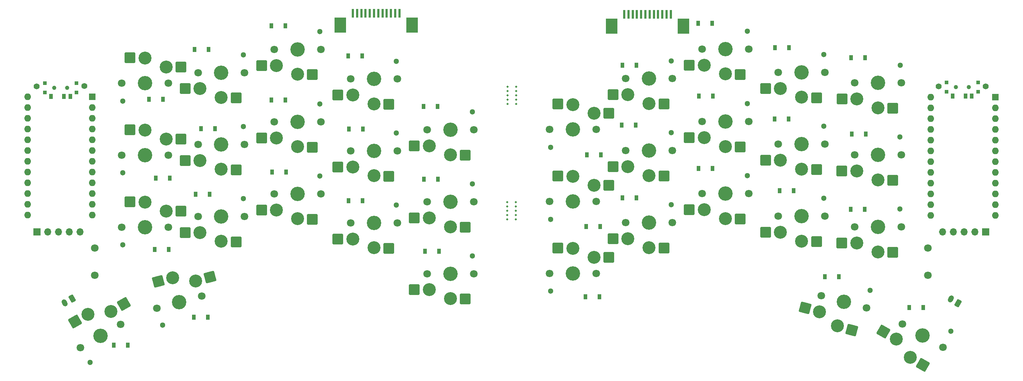
<source format=gbr>
%TF.GenerationSoftware,KiCad,Pcbnew,7.0.10-7.0.10~ubuntu22.04.1*%
%TF.CreationDate,2024-02-24T14:59:25-06:00*%
%TF.ProjectId,roadrunner,726f6164-7275-46e6-9e65-722e6b696361,rev?*%
%TF.SameCoordinates,Original*%
%TF.FileFunction,Soldermask,Bot*%
%TF.FilePolarity,Negative*%
%FSLAX46Y46*%
G04 Gerber Fmt 4.6, Leading zero omitted, Abs format (unit mm)*
G04 Created by KiCad (PCBNEW 7.0.10-7.0.10~ubuntu22.04.1) date 2024-02-24 14:59:25*
%MOMM*%
%LPD*%
G01*
G04 APERTURE LIST*
G04 Aperture macros list*
%AMRoundRect*
0 Rectangle with rounded corners*
0 $1 Rounding radius*
0 $2 $3 $4 $5 $6 $7 $8 $9 X,Y pos of 4 corners*
0 Add a 4 corners polygon primitive as box body*
4,1,4,$2,$3,$4,$5,$6,$7,$8,$9,$2,$3,0*
0 Add four circle primitives for the rounded corners*
1,1,$1+$1,$2,$3*
1,1,$1+$1,$4,$5*
1,1,$1+$1,$6,$7*
1,1,$1+$1,$8,$9*
0 Add four rect primitives between the rounded corners*
20,1,$1+$1,$2,$3,$4,$5,0*
20,1,$1+$1,$4,$5,$6,$7,0*
20,1,$1+$1,$6,$7,$8,$9,0*
20,1,$1+$1,$8,$9,$2,$3,0*%
%AMHorizOval*
0 Thick line with rounded ends*
0 $1 width*
0 $2 $3 position (X,Y) of the first rounded end (center of the circle)*
0 $4 $5 position (X,Y) of the second rounded end (center of the circle)*
0 Add line between two ends*
20,1,$1,$2,$3,$4,$5,0*
0 Add two circle primitives to create the rounded ends*
1,1,$1,$2,$3*
1,1,$1,$4,$5*%
G04 Aperture macros list end*
%ADD10C,1.800000*%
%ADD11C,1.300000*%
%ADD12C,3.050000*%
%ADD13C,3.400000*%
%ADD14RoundRect,0.250000X1.025000X1.000000X-1.025000X1.000000X-1.025000X-1.000000X1.025000X-1.000000X0*%
%ADD15C,0.500000*%
%ADD16RoundRect,0.250000X1.248893X0.700636X-0.731255X1.231215X-1.248893X-0.700636X0.731255X-1.231215X0*%
%ADD17RoundRect,0.250000X-0.009391X0.716266X-0.615609X0.366266X0.009391X-0.716266X0.615609X-0.366266X0*%
%ADD18HorizOval,1.200000X-0.137500X0.238157X0.137500X-0.238157X0*%
%ADD19C,1.397000*%
%ADD20RoundRect,0.250000X-1.025000X-1.000000X1.025000X-1.000000X1.025000X1.000000X-1.025000X1.000000X0*%
%ADD21RoundRect,0.250000X0.615609X0.366266X0.009391X0.716266X-0.615609X-0.366266X-0.009391X-0.716266X0*%
%ADD22HorizOval,1.200000X0.137500X0.238157X-0.137500X-0.238157X0*%
%ADD23RoundRect,0.250000X1.387676X0.353525X-0.387676X1.378525X-1.387676X-0.353525X0.387676X-1.378525X0*%
%ADD24RoundRect,0.250000X-0.387676X-1.378525X1.387676X-0.353525X0.387676X1.378525X-1.387676X0.353525X0*%
%ADD25R,1.700000X1.700000*%
%ADD26O,1.700000X1.700000*%
%ADD27RoundRect,0.250000X-0.731255X-1.231215X1.248893X-0.700636X0.731255X1.231215X-1.248893X0.700636X0*%
%ADD28C,1.000000*%
%ADD29R,0.900000X0.900000*%
%ADD30R,0.900000X1.250000*%
%ADD31R,0.900000X1.200000*%
%ADD32R,0.610000X2.000000*%
%ADD33R,2.680000X3.600000*%
%ADD34R,1.600000X1.600000*%
%ADD35O,1.600000X1.600000*%
G04 APERTURE END LIST*
D10*
%TO.C,SW8_r1*%
X103228000Y-58448000D03*
D11*
X102948000Y-54248000D03*
D12*
X97728000Y-64348000D03*
D13*
X97728000Y-58448000D03*
D12*
X92728000Y-62248000D03*
D10*
X92228000Y-58448000D03*
D14*
X101228000Y-64448000D03*
X89228000Y-62248000D03*
%TD*%
D10*
%TO.C,SW6_r1*%
X139272000Y-77332000D03*
D11*
X138992000Y-73132000D03*
D12*
X133772000Y-83232000D03*
D13*
X133772000Y-77332000D03*
D12*
X128772000Y-81132000D03*
D10*
X128272000Y-77332000D03*
D14*
X137272000Y-83332000D03*
X125272000Y-81132000D03*
%TD*%
D15*
%TO.C,mouse-bite-2mm-slot1*%
X147224000Y-50188000D03*
X147224000Y-51204000D03*
X147224000Y-52220000D03*
X147224000Y-53236000D03*
X147224000Y-54252000D03*
X149256000Y-50188000D03*
X149256000Y-51204000D03*
X149256000Y-52220000D03*
X149256000Y-53236000D03*
X149256000Y-54252000D03*
%TD*%
D10*
%TO.C,SW16*%
X231922592Y-102385505D03*
D11*
X232739173Y-98256147D03*
D12*
X225082968Y-106660962D03*
D13*
X226610000Y-100962000D03*
D12*
X220796858Y-103338423D03*
D10*
X221297408Y-99538495D03*
D16*
X228437826Y-107663422D03*
X217416118Y-102432556D03*
%TD*%
D10*
%TO.C,SW12*%
X186140000Y-82254000D03*
D11*
X185860000Y-78054000D03*
D12*
X180640000Y-88154000D03*
D13*
X180640000Y-82254000D03*
D12*
X175640000Y-86054000D03*
D10*
X175140000Y-82254000D03*
D14*
X184140000Y-88254000D03*
X172140000Y-86054000D03*
%TD*%
D17*
%TO.C,J2*%
X44532051Y-100220000D03*
D18*
X42800000Y-101220000D03*
%TD*%
D19*
%TO.C,BatGND1*%
X260048800Y-50070700D03*
%TD*%
D10*
%TO.C,SW9_r1*%
X85240000Y-63782000D03*
D11*
X84960000Y-59582000D03*
D12*
X79740000Y-69682000D03*
D13*
X79740000Y-63782000D03*
D12*
X74740000Y-67582000D03*
D10*
X74240000Y-63782000D03*
D14*
X83240000Y-69782000D03*
X71240000Y-67582000D03*
%TD*%
D10*
%TO.C,SW12_r1*%
X121254000Y-82324000D03*
D11*
X120974000Y-78124000D03*
D12*
X115754000Y-88224000D03*
D13*
X115754000Y-82324000D03*
D12*
X110754000Y-86124000D03*
D10*
X110254000Y-82324000D03*
D14*
X119254000Y-88324000D03*
X107254000Y-86124000D03*
%TD*%
D10*
%TO.C,SW14_r1*%
X85240000Y-80800000D03*
D11*
X84960000Y-76600000D03*
D12*
X79740000Y-86700000D03*
D13*
X79740000Y-80800000D03*
D12*
X74740000Y-84600000D03*
D10*
X74240000Y-80800000D03*
D14*
X83240000Y-86800000D03*
X71240000Y-84600000D03*
%TD*%
D19*
%TO.C,BatGNDr1*%
X47470000Y-50030000D03*
%TD*%
D10*
%TO.C,SW2_r1*%
X121254000Y-48332000D03*
D11*
X120974000Y-44132000D03*
D12*
X115754000Y-54232000D03*
D13*
X115754000Y-48332000D03*
D12*
X110754000Y-52132000D03*
D10*
X110254000Y-48332000D03*
D14*
X119254000Y-54332000D03*
X107254000Y-52132000D03*
%TD*%
D10*
%TO.C,SW7_r1*%
X121254000Y-65306000D03*
D11*
X120974000Y-61106000D03*
D12*
X115754000Y-71206000D03*
D13*
X115754000Y-65306000D03*
D12*
X110754000Y-69106000D03*
D10*
X110254000Y-65306000D03*
D14*
X119254000Y-71306000D03*
X107254000Y-69106000D03*
%TD*%
D19*
%TO.C,Bat+1*%
X248918800Y-50090700D03*
%TD*%
D10*
%TO.C,SW10_r1*%
X56226000Y-66322000D03*
D11*
X56506000Y-70522000D03*
D12*
X61726000Y-60422000D03*
D13*
X61726000Y-66322000D03*
D12*
X66726000Y-62522000D03*
D10*
X67226000Y-66322000D03*
D20*
X58226000Y-60322000D03*
X70226000Y-62522000D03*
%TD*%
D10*
%TO.C,SW4*%
X222140000Y-46762000D03*
D11*
X221860000Y-42562000D03*
D12*
X216640000Y-52662000D03*
D13*
X216640000Y-46762000D03*
D12*
X211640000Y-50562000D03*
D10*
X211140000Y-46762000D03*
D14*
X220140000Y-52762000D03*
X208140000Y-50562000D03*
%TD*%
D21*
%TO.C,J1*%
X253559800Y-101282500D03*
D22*
X251827749Y-100282500D03*
%TD*%
D10*
%TO.C,SW10*%
X240120000Y-66252000D03*
D11*
X239840000Y-62052000D03*
D12*
X234620000Y-72152000D03*
D13*
X234620000Y-66252000D03*
D12*
X229620000Y-70052000D03*
D10*
X229120000Y-66252000D03*
D14*
X238120000Y-72252000D03*
X226120000Y-70052000D03*
%TD*%
D10*
%TO.C,SW9*%
X222140000Y-63712000D03*
D11*
X221860000Y-59512000D03*
D12*
X216640000Y-69612000D03*
D13*
X216640000Y-63712000D03*
D12*
X211640000Y-67512000D03*
D10*
X211140000Y-63712000D03*
D14*
X220140000Y-69712000D03*
X208140000Y-67512000D03*
%TD*%
D10*
%TO.C,SW2*%
X186140000Y-48262000D03*
D11*
X185860000Y-44062000D03*
D12*
X180640000Y-54162000D03*
D13*
X180640000Y-48262000D03*
D12*
X175640000Y-52062000D03*
D10*
X175140000Y-48262000D03*
D14*
X184140000Y-54262000D03*
X172140000Y-52062000D03*
%TD*%
D10*
%TO.C,SW17*%
X249933140Y-111712000D03*
D11*
X251790653Y-107934693D03*
D12*
X242220000Y-114071550D03*
D13*
X245170000Y-108962000D03*
D12*
X238939873Y-109752897D03*
D10*
X240406860Y-106212000D03*
D23*
X245201089Y-115908152D03*
X235908784Y-108002897D03*
%TD*%
D10*
%TO.C,SW17_r1*%
X46494860Y-111782000D03*
D11*
X48837347Y-115279307D03*
D12*
X48308000Y-103922450D03*
D13*
X51258000Y-109032000D03*
D12*
X53688127Y-103241103D03*
D10*
X56021140Y-106282000D03*
D24*
X45226911Y-105585848D03*
X56719216Y-101491103D03*
%TD*%
D25*
%TO.C,J5*%
X36290000Y-84500000D03*
D26*
X38830000Y-84500000D03*
X41370000Y-84500000D03*
X43910000Y-84500000D03*
X46450000Y-84500000D03*
%TD*%
D10*
%TO.C,SW1_r1*%
X139272000Y-60332000D03*
D11*
X138992000Y-56132000D03*
D12*
X133772000Y-66232000D03*
D13*
X133772000Y-60332000D03*
D12*
X128772000Y-64132000D03*
D10*
X128272000Y-60332000D03*
D14*
X137272000Y-66332000D03*
X125272000Y-64132000D03*
%TD*%
D10*
%TO.C,SW6*%
X157140000Y-77262000D03*
D11*
X157420000Y-81462000D03*
D12*
X162640000Y-71362000D03*
D13*
X162640000Y-77262000D03*
D12*
X167640000Y-73462000D03*
D10*
X168140000Y-77262000D03*
D20*
X159140000Y-71262000D03*
X171140000Y-73462000D03*
%TD*%
D10*
%TO.C,SW14*%
X222140000Y-80730000D03*
D11*
X221860000Y-76530000D03*
D12*
X216640000Y-86630000D03*
D13*
X216640000Y-80730000D03*
D12*
X211640000Y-84530000D03*
D10*
X211140000Y-80730000D03*
D14*
X220140000Y-86730000D03*
X208140000Y-84530000D03*
%TD*%
D10*
%TO.C,SW15*%
X240120000Y-83270000D03*
D11*
X239840000Y-79070000D03*
D12*
X234620000Y-89170000D03*
D13*
X234620000Y-83270000D03*
D12*
X229620000Y-87070000D03*
D10*
X229120000Y-83270000D03*
D14*
X238120000Y-89270000D03*
X226120000Y-87070000D03*
%TD*%
D10*
%TO.C,SW1*%
X157140000Y-60262000D03*
D11*
X157420000Y-64462000D03*
D12*
X162640000Y-54362000D03*
D13*
X162640000Y-60262000D03*
D12*
X167640000Y-56462000D03*
D10*
X168140000Y-60262000D03*
D20*
X159140000Y-54262000D03*
X171140000Y-56462000D03*
%TD*%
D15*
%TO.C,mouse-bite-2mm-slot1*%
X147174000Y-77468000D03*
X147174000Y-78484000D03*
X147174000Y-79500000D03*
X147174000Y-80516000D03*
X147174000Y-81532000D03*
X149206000Y-77468000D03*
X149206000Y-78484000D03*
X149206000Y-79500000D03*
X149206000Y-80516000D03*
X149206000Y-81532000D03*
%TD*%
D10*
%TO.C,SW5_r1*%
X56226000Y-49332000D03*
D11*
X56506000Y-53532000D03*
D12*
X61726000Y-43432000D03*
D13*
X61726000Y-49332000D03*
D12*
X66726000Y-45532000D03*
D10*
X67226000Y-49332000D03*
D20*
X58226000Y-43332000D03*
X70226000Y-45532000D03*
%TD*%
D10*
%TO.C,SW8*%
X204140000Y-58378000D03*
D11*
X203860000Y-54178000D03*
D12*
X198640000Y-64278000D03*
D13*
X198640000Y-58378000D03*
D12*
X193640000Y-62178000D03*
D10*
X193140000Y-58378000D03*
D14*
X202140000Y-64378000D03*
X190140000Y-62178000D03*
%TD*%
D25*
%TO.C,J4*%
X260065000Y-84500000D03*
D26*
X257525000Y-84500000D03*
X254985000Y-84500000D03*
X252445000Y-84500000D03*
X249905000Y-84500000D03*
%TD*%
D10*
%TO.C,SW7*%
X186140000Y-65236000D03*
D11*
X185860000Y-61036000D03*
D12*
X180640000Y-71136000D03*
D13*
X180640000Y-65236000D03*
D12*
X175640000Y-69036000D03*
D10*
X175140000Y-65236000D03*
D14*
X184140000Y-71236000D03*
X172140000Y-69036000D03*
%TD*%
D10*
%TO.C,SW13_r1*%
X103228000Y-75466000D03*
D11*
X102948000Y-71266000D03*
D12*
X97728000Y-81366000D03*
D13*
X97728000Y-75466000D03*
D12*
X92728000Y-79266000D03*
D10*
X92228000Y-75466000D03*
D14*
X101228000Y-81466000D03*
X89228000Y-79266000D03*
%TD*%
D10*
%TO.C,SW16_r1*%
X64505408Y-102455505D03*
D11*
X65862907Y-106439924D03*
D12*
X68290968Y-95333038D03*
D13*
X69818000Y-101032000D03*
D12*
X73664117Y-96067387D03*
D10*
X75130592Y-99608495D03*
D27*
X64884345Y-96142312D03*
X77044857Y-95161520D03*
%TD*%
D10*
%TO.C,SW5*%
X240140000Y-49262000D03*
D11*
X239860000Y-45062000D03*
D12*
X234640000Y-55162000D03*
D13*
X234640000Y-49262000D03*
D12*
X229640000Y-53062000D03*
D10*
X229140000Y-49262000D03*
D14*
X238140000Y-55262000D03*
X226140000Y-53062000D03*
%TD*%
D10*
%TO.C,SW4_r1*%
X85240000Y-46832000D03*
D11*
X84960000Y-42632000D03*
D12*
X79740000Y-52732000D03*
D13*
X79740000Y-46832000D03*
D12*
X74740000Y-50632000D03*
D10*
X74240000Y-46832000D03*
D14*
X83240000Y-52832000D03*
X71240000Y-50632000D03*
%TD*%
D10*
%TO.C,SW3*%
X204140000Y-41262000D03*
D11*
X203860000Y-37062000D03*
D12*
X198640000Y-47162000D03*
D13*
X198640000Y-41262000D03*
D12*
X193640000Y-45062000D03*
D10*
X193140000Y-41262000D03*
D14*
X202140000Y-47262000D03*
X190140000Y-45062000D03*
%TD*%
D10*
%TO.C,RSW1*%
X246440000Y-88300000D03*
X246440000Y-94700000D03*
%TD*%
%TO.C,SW11*%
X157140000Y-94262000D03*
D11*
X157420000Y-98462000D03*
D12*
X162640000Y-88362000D03*
D13*
X162640000Y-94262000D03*
D12*
X167640000Y-90462000D03*
D10*
X168140000Y-94262000D03*
D20*
X159140000Y-88262000D03*
X171140000Y-90462000D03*
%TD*%
D10*
%TO.C,SW3_r1*%
X103228000Y-41332000D03*
D11*
X102948000Y-37132000D03*
D12*
X97728000Y-47232000D03*
D13*
X97728000Y-41332000D03*
D12*
X92728000Y-45132000D03*
D10*
X92228000Y-41332000D03*
D14*
X101228000Y-47332000D03*
X89228000Y-45132000D03*
%TD*%
D10*
%TO.C,SW13*%
X204140000Y-75396000D03*
D11*
X203860000Y-71196000D03*
D12*
X198640000Y-81296000D03*
D13*
X198640000Y-75396000D03*
D12*
X193640000Y-79196000D03*
D10*
X193140000Y-75396000D03*
D14*
X202140000Y-81396000D03*
X190140000Y-79196000D03*
%TD*%
D10*
%TO.C,RSW2*%
X49910000Y-88270000D03*
X49910000Y-94670000D03*
%TD*%
%TO.C,SW15_r1*%
X56226000Y-83340000D03*
D11*
X56506000Y-87540000D03*
D12*
X61726000Y-77440000D03*
D13*
X61726000Y-83340000D03*
D12*
X66726000Y-79540000D03*
D10*
X67226000Y-83340000D03*
D20*
X58226000Y-77340000D03*
X70226000Y-79540000D03*
%TD*%
D10*
%TO.C,SW11_r1*%
X139272000Y-94332000D03*
D11*
X138992000Y-90132000D03*
D12*
X133772000Y-100232000D03*
D13*
X133772000Y-94332000D03*
D12*
X128772000Y-98132000D03*
D10*
X128272000Y-94332000D03*
D14*
X137272000Y-100332000D03*
X125272000Y-98132000D03*
%TD*%
D19*
%TO.C,Bat+r1*%
X36200000Y-50050000D03*
%TD*%
D28*
%TO.C,SW_POWER1*%
X256020000Y-50275000D03*
X253020000Y-50275000D03*
D29*
X258220000Y-51375000D03*
X258220000Y-49175000D03*
X250820000Y-51375000D03*
X250820000Y-49175000D03*
D30*
X252270000Y-52350000D03*
X255270000Y-52350000D03*
X256770000Y-52350000D03*
%TD*%
D31*
%TO.C,D24*%
X67563000Y-71755000D03*
X64263000Y-71755000D03*
%TD*%
%TO.C,D31*%
X113029000Y-77089000D03*
X109729000Y-77089000D03*
%TD*%
%TO.C,D3*%
X195540000Y-35220000D03*
X192240000Y-35220000D03*
%TD*%
%TO.C,D18*%
X76707000Y-41402000D03*
X73407000Y-41402000D03*
%TD*%
%TO.C,D10*%
X231750000Y-61380000D03*
X228450000Y-61380000D03*
%TD*%
%TO.C,D21*%
X112970000Y-42890000D03*
X109670000Y-42890000D03*
%TD*%
%TO.C,D13*%
X195630000Y-69480000D03*
X192330000Y-69480000D03*
%TD*%
%TO.C,D6*%
X177680000Y-76390000D03*
X174380000Y-76390000D03*
%TD*%
%TO.C,D8*%
X195680000Y-52350000D03*
X192380000Y-52350000D03*
%TD*%
%TO.C,D34*%
X76580000Y-104648000D03*
X73280000Y-104648000D03*
%TD*%
%TO.C,D29*%
X67309000Y-88646000D03*
X64009000Y-88646000D03*
%TD*%
D32*
%TO.C,J6*%
X121763000Y-32809000D03*
X120763000Y-32809000D03*
X119763000Y-32809000D03*
X118763000Y-32809000D03*
X117763000Y-32809000D03*
X116763000Y-32809000D03*
X115763000Y-32809000D03*
X114763000Y-32809000D03*
X113763000Y-32809000D03*
X112763000Y-32809000D03*
X111763000Y-32809000D03*
X110763000Y-32809000D03*
D33*
X124753000Y-35609000D03*
X107773000Y-35609000D03*
%TD*%
D31*
%TO.C,D12*%
X169120000Y-83190000D03*
X165820000Y-83190000D03*
%TD*%
%TO.C,D22*%
X130740000Y-54864000D03*
X127440000Y-54864000D03*
%TD*%
%TO.C,D20*%
X94868000Y-35814000D03*
X91568000Y-35814000D03*
%TD*%
%TO.C,D9*%
X213550000Y-57750000D03*
X210250000Y-57750000D03*
%TD*%
%TO.C,D25*%
X94868000Y-53340000D03*
X91568000Y-53340000D03*
%TD*%
%TO.C,D32*%
X131063000Y-89027000D03*
X127763000Y-89027000D03*
%TD*%
D32*
%TO.C,J3*%
X185771000Y-33063000D03*
X184771000Y-33063000D03*
X183771000Y-33063000D03*
X182771000Y-33063000D03*
X181771000Y-33063000D03*
X180771000Y-33063000D03*
X179771000Y-33063000D03*
X178771000Y-33063000D03*
X177771000Y-33063000D03*
X176771000Y-33063000D03*
X175771000Y-33063000D03*
X174771000Y-33063000D03*
D33*
X188761000Y-35863000D03*
X171781000Y-35863000D03*
%TD*%
D31*
%TO.C,D26*%
X113156000Y-60198000D03*
X109856000Y-60198000D03*
%TD*%
%TO.C,D15*%
X231520000Y-79160000D03*
X228220000Y-79160000D03*
%TD*%
D30*
%TO.C,SW_POWERR1*%
X44100000Y-52490000D03*
X42600000Y-52490000D03*
X39600000Y-52490000D03*
D29*
X38150000Y-49315000D03*
X38150000Y-51515000D03*
X45550000Y-49315000D03*
X45550000Y-51515000D03*
D28*
X40350000Y-50415000D03*
X43350000Y-50415000D03*
%TD*%
D31*
%TO.C,D4*%
X213650000Y-40900000D03*
X210350000Y-40900000D03*
%TD*%
D34*
%TO.C,U2*%
X49330000Y-52570000D03*
D35*
X49330000Y-55110000D03*
X49330000Y-57650000D03*
X49330000Y-60190000D03*
X49330000Y-62730000D03*
X49330000Y-65270000D03*
X49330000Y-67810000D03*
X49330000Y-70350000D03*
X49330000Y-72890000D03*
X49330000Y-75430000D03*
X49330000Y-77970000D03*
X49330000Y-80510000D03*
X34090000Y-80510000D03*
X34090000Y-77970000D03*
X34090000Y-75430000D03*
X34090000Y-72890000D03*
X34090000Y-70350000D03*
X34090000Y-67810000D03*
X34090000Y-65270000D03*
X34090000Y-62730000D03*
X34090000Y-60190000D03*
X34090000Y-57650000D03*
X34090000Y-55110000D03*
X34090000Y-52570000D03*
%TD*%
D31*
%TO.C,D27*%
X130809000Y-72009000D03*
X127509000Y-72009000D03*
%TD*%
%TO.C,D11*%
X168920000Y-99822000D03*
X165620000Y-99822000D03*
%TD*%
D34*
%TO.C,U1*%
X262310000Y-52610000D03*
D35*
X262310000Y-55150000D03*
X262310000Y-57690000D03*
X262310000Y-60230000D03*
X262310000Y-62770000D03*
X262310000Y-65310000D03*
X262310000Y-67850000D03*
X262310000Y-70390000D03*
X262310000Y-72930000D03*
X262310000Y-75470000D03*
X262310000Y-78010000D03*
X262310000Y-80550000D03*
X247070000Y-80550000D03*
X247070000Y-78010000D03*
X247070000Y-75470000D03*
X247070000Y-72930000D03*
X247070000Y-70390000D03*
X247070000Y-67850000D03*
X247070000Y-65310000D03*
X247070000Y-62770000D03*
X247070000Y-60230000D03*
X247070000Y-57690000D03*
X247070000Y-55150000D03*
X247070000Y-52610000D03*
%TD*%
D31*
%TO.C,D28*%
X76961000Y-75565000D03*
X73661000Y-75565000D03*
%TD*%
%TO.C,D5*%
X231570000Y-43320000D03*
X228270000Y-43320000D03*
%TD*%
%TO.C,D19*%
X65970000Y-53096000D03*
X62670000Y-53096000D03*
%TD*%
%TO.C,D17*%
X245340000Y-102290000D03*
X242040000Y-102290000D03*
%TD*%
%TO.C,D30*%
X94995000Y-70358000D03*
X91695000Y-70358000D03*
%TD*%
%TO.C,D14*%
X214720000Y-74690000D03*
X211420000Y-74690000D03*
%TD*%
%TO.C,D1*%
X177450000Y-59220000D03*
X174150000Y-59220000D03*
%TD*%
%TO.C,D2*%
X177690000Y-45060000D03*
X174390000Y-45060000D03*
%TD*%
%TO.C,D23*%
X78230000Y-60050000D03*
X74930000Y-60050000D03*
%TD*%
%TO.C,D16*%
X225380000Y-95080000D03*
X222080000Y-95080000D03*
%TD*%
%TO.C,D33*%
X57657000Y-111252000D03*
X54357000Y-111252000D03*
%TD*%
%TO.C,D7*%
X169260000Y-66290000D03*
X165960000Y-66290000D03*
%TD*%
M02*

</source>
